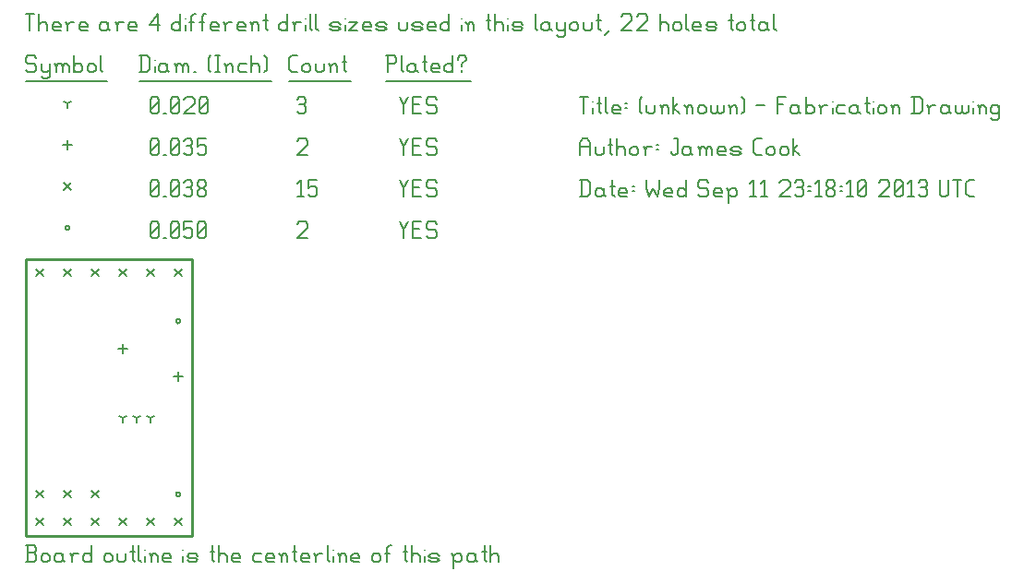
<source format=gbr>
G04 start of page 12 for group -3984 idx -3984 *
G04 Title: (unknown), fab *
G04 Creator: pcb 20110918 *
G04 CreationDate: Wed Sep 11 23:18:10 2013 UTC *
G04 For: mokus *
G04 Format: Gerber/RS-274X *
G04 PCB-Dimensions: 60000 100000 *
G04 PCB-Coordinate-Origin: lower left *
%MOIN*%
%FSLAX25Y25*%
%LNFAB*%
%ADD64C,0.0100*%
%ADD63C,0.0075*%
%ADD62C,0.0060*%
%ADD61R,0.0080X0.0080*%
G54D61*X54200Y15000D02*G75*G03X55800Y15000I800J0D01*G01*
G75*G03X54200Y15000I-800J0D01*G01*
Y77500D02*G75*G03X55800Y77500I800J0D01*G01*
G75*G03X54200Y77500I-800J0D01*G01*
X14200Y111250D02*G75*G03X15800Y111250I800J0D01*G01*
G75*G03X14200Y111250I-800J0D01*G01*
G54D62*X135000Y113500D02*X136500Y110500D01*
X138000Y113500D01*
X136500Y110500D02*Y107500D01*
X139800Y110800D02*X142050D01*
X139800Y107500D02*X142800D01*
X139800Y113500D02*Y107500D01*
Y113500D02*X142800D01*
X147600D02*X148350Y112750D01*
X145350Y113500D02*X147600D01*
X144600Y112750D02*X145350Y113500D01*
X144600Y112750D02*Y111250D01*
X145350Y110500D01*
X147600D01*
X148350Y109750D01*
Y108250D01*
X147600Y107500D02*X148350Y108250D01*
X145350Y107500D02*X147600D01*
X144600Y108250D02*X145350Y107500D01*
X98000Y112750D02*X98750Y113500D01*
X101000D01*
X101750Y112750D01*
Y111250D01*
X98000Y107500D02*X101750Y111250D01*
X98000Y107500D02*X101750D01*
X45000Y108250D02*X45750Y107500D01*
X45000Y112750D02*Y108250D01*
Y112750D02*X45750Y113500D01*
X47250D01*
X48000Y112750D01*
Y108250D01*
X47250Y107500D02*X48000Y108250D01*
X45750Y107500D02*X47250D01*
X45000Y109000D02*X48000Y112000D01*
X49800Y107500D02*X50550D01*
X52350Y108250D02*X53100Y107500D01*
X52350Y112750D02*Y108250D01*
Y112750D02*X53100Y113500D01*
X54600D01*
X55350Y112750D01*
Y108250D01*
X54600Y107500D02*X55350Y108250D01*
X53100Y107500D02*X54600D01*
X52350Y109000D02*X55350Y112000D01*
X57150Y113500D02*X60150D01*
X57150D02*Y110500D01*
X57900Y111250D01*
X59400D01*
X60150Y110500D01*
Y108250D01*
X59400Y107500D02*X60150Y108250D01*
X57900Y107500D02*X59400D01*
X57150Y108250D02*X57900Y107500D01*
X61950Y108250D02*X62700Y107500D01*
X61950Y112750D02*Y108250D01*
Y112750D02*X62700Y113500D01*
X64200D01*
X64950Y112750D01*
Y108250D01*
X64200Y107500D02*X64950Y108250D01*
X62700Y107500D02*X64200D01*
X61950Y109000D02*X64950Y112000D01*
X3800Y16200D02*X6200Y13800D01*
X3800D02*X6200Y16200D01*
X13800D02*X16200Y13800D01*
X13800D02*X16200Y16200D01*
X23800D02*X26200Y13800D01*
X23800D02*X26200Y16200D01*
X23800Y96200D02*X26200Y93800D01*
X23800D02*X26200Y96200D01*
X33800D02*X36200Y93800D01*
X33800D02*X36200Y96200D01*
X43800D02*X46200Y93800D01*
X43800D02*X46200Y96200D01*
X53800D02*X56200Y93800D01*
X53800D02*X56200Y96200D01*
X3800D02*X6200Y93800D01*
X3800D02*X6200Y96200D01*
X13800D02*X16200Y93800D01*
X13800D02*X16200Y96200D01*
X3800Y6200D02*X6200Y3800D01*
X3800D02*X6200Y6200D01*
X13800D02*X16200Y3800D01*
X13800D02*X16200Y6200D01*
X23800D02*X26200Y3800D01*
X23800D02*X26200Y6200D01*
X33800D02*X36200Y3800D01*
X33800D02*X36200Y6200D01*
X43800D02*X46200Y3800D01*
X43800D02*X46200Y6200D01*
X53800D02*X56200Y3800D01*
X53800D02*X56200Y6200D01*
X13800Y127450D02*X16200Y125050D01*
X13800D02*X16200Y127450D01*
X135000Y128500D02*X136500Y125500D01*
X138000Y128500D01*
X136500Y125500D02*Y122500D01*
X139800Y125800D02*X142050D01*
X139800Y122500D02*X142800D01*
X139800Y128500D02*Y122500D01*
Y128500D02*X142800D01*
X147600D02*X148350Y127750D01*
X145350Y128500D02*X147600D01*
X144600Y127750D02*X145350Y128500D01*
X144600Y127750D02*Y126250D01*
X145350Y125500D01*
X147600D01*
X148350Y124750D01*
Y123250D01*
X147600Y122500D02*X148350Y123250D01*
X145350Y122500D02*X147600D01*
X144600Y123250D02*X145350Y122500D01*
X98000Y127300D02*X99200Y128500D01*
Y122500D01*
X98000D02*X100250D01*
X102050Y128500D02*X105050D01*
X102050D02*Y125500D01*
X102800Y126250D01*
X104300D01*
X105050Y125500D01*
Y123250D01*
X104300Y122500D02*X105050Y123250D01*
X102800Y122500D02*X104300D01*
X102050Y123250D02*X102800Y122500D01*
X45000Y123250D02*X45750Y122500D01*
X45000Y127750D02*Y123250D01*
Y127750D02*X45750Y128500D01*
X47250D01*
X48000Y127750D01*
Y123250D01*
X47250Y122500D02*X48000Y123250D01*
X45750Y122500D02*X47250D01*
X45000Y124000D02*X48000Y127000D01*
X49800Y122500D02*X50550D01*
X52350Y123250D02*X53100Y122500D01*
X52350Y127750D02*Y123250D01*
Y127750D02*X53100Y128500D01*
X54600D01*
X55350Y127750D01*
Y123250D01*
X54600Y122500D02*X55350Y123250D01*
X53100Y122500D02*X54600D01*
X52350Y124000D02*X55350Y127000D01*
X57150Y127750D02*X57900Y128500D01*
X59400D01*
X60150Y127750D01*
X59400Y122500D02*X60150Y123250D01*
X57900Y122500D02*X59400D01*
X57150Y123250D02*X57900Y122500D01*
Y125800D02*X59400D01*
X60150Y127750D02*Y126550D01*
Y125050D02*Y123250D01*
Y125050D02*X59400Y125800D01*
X60150Y126550D02*X59400Y125800D01*
X61950Y123250D02*X62700Y122500D01*
X61950Y124450D02*Y123250D01*
Y124450D02*X63000Y125500D01*
X63900D01*
X64950Y124450D01*
Y123250D01*
X64200Y122500D02*X64950Y123250D01*
X62700Y122500D02*X64200D01*
X61950Y126550D02*X63000Y125500D01*
X61950Y127750D02*Y126550D01*
Y127750D02*X62700Y128500D01*
X64200D01*
X64950Y127750D01*
Y126550D01*
X63900Y125500D02*X64950Y126550D01*
X55000Y59100D02*Y55900D01*
X53400Y57500D02*X56600D01*
X35000Y69100D02*Y65900D01*
X33400Y67500D02*X36600D01*
X15000Y142850D02*Y139650D01*
X13400Y141250D02*X16600D01*
X135000Y143500D02*X136500Y140500D01*
X138000Y143500D01*
X136500Y140500D02*Y137500D01*
X139800Y140800D02*X142050D01*
X139800Y137500D02*X142800D01*
X139800Y143500D02*Y137500D01*
Y143500D02*X142800D01*
X147600D02*X148350Y142750D01*
X145350Y143500D02*X147600D01*
X144600Y142750D02*X145350Y143500D01*
X144600Y142750D02*Y141250D01*
X145350Y140500D01*
X147600D01*
X148350Y139750D01*
Y138250D01*
X147600Y137500D02*X148350Y138250D01*
X145350Y137500D02*X147600D01*
X144600Y138250D02*X145350Y137500D01*
X98000Y142750D02*X98750Y143500D01*
X101000D01*
X101750Y142750D01*
Y141250D01*
X98000Y137500D02*X101750Y141250D01*
X98000Y137500D02*X101750D01*
X45000Y138250D02*X45750Y137500D01*
X45000Y142750D02*Y138250D01*
Y142750D02*X45750Y143500D01*
X47250D01*
X48000Y142750D01*
Y138250D01*
X47250Y137500D02*X48000Y138250D01*
X45750Y137500D02*X47250D01*
X45000Y139000D02*X48000Y142000D01*
X49800Y137500D02*X50550D01*
X52350Y138250D02*X53100Y137500D01*
X52350Y142750D02*Y138250D01*
Y142750D02*X53100Y143500D01*
X54600D01*
X55350Y142750D01*
Y138250D01*
X54600Y137500D02*X55350Y138250D01*
X53100Y137500D02*X54600D01*
X52350Y139000D02*X55350Y142000D01*
X57150Y142750D02*X57900Y143500D01*
X59400D01*
X60150Y142750D01*
X59400Y137500D02*X60150Y138250D01*
X57900Y137500D02*X59400D01*
X57150Y138250D02*X57900Y137500D01*
Y140800D02*X59400D01*
X60150Y142750D02*Y141550D01*
Y140050D02*Y138250D01*
Y140050D02*X59400Y140800D01*
X60150Y141550D02*X59400Y140800D01*
X61950Y143500D02*X64950D01*
X61950D02*Y140500D01*
X62700Y141250D01*
X64200D01*
X64950Y140500D01*
Y138250D01*
X64200Y137500D02*X64950Y138250D01*
X62700Y137500D02*X64200D01*
X61950Y138250D02*X62700Y137500D01*
X40000Y42500D02*Y40900D01*
Y42500D02*X41387Y43300D01*
X40000Y42500D02*X38613Y43300D01*
X35000Y42500D02*Y40900D01*
Y42500D02*X36387Y43300D01*
X35000Y42500D02*X33613Y43300D01*
X45000Y42500D02*Y40900D01*
Y42500D02*X46387Y43300D01*
X45000Y42500D02*X43613Y43300D01*
X15000Y156250D02*Y154650D01*
Y156250D02*X16387Y157050D01*
X15000Y156250D02*X13613Y157050D01*
X135000Y158500D02*X136500Y155500D01*
X138000Y158500D01*
X136500Y155500D02*Y152500D01*
X139800Y155800D02*X142050D01*
X139800Y152500D02*X142800D01*
X139800Y158500D02*Y152500D01*
Y158500D02*X142800D01*
X147600D02*X148350Y157750D01*
X145350Y158500D02*X147600D01*
X144600Y157750D02*X145350Y158500D01*
X144600Y157750D02*Y156250D01*
X145350Y155500D01*
X147600D01*
X148350Y154750D01*
Y153250D01*
X147600Y152500D02*X148350Y153250D01*
X145350Y152500D02*X147600D01*
X144600Y153250D02*X145350Y152500D01*
X98000Y157750D02*X98750Y158500D01*
X100250D01*
X101000Y157750D01*
X100250Y152500D02*X101000Y153250D01*
X98750Y152500D02*X100250D01*
X98000Y153250D02*X98750Y152500D01*
Y155800D02*X100250D01*
X101000Y157750D02*Y156550D01*
Y155050D02*Y153250D01*
Y155050D02*X100250Y155800D01*
X101000Y156550D02*X100250Y155800D01*
X45000Y153250D02*X45750Y152500D01*
X45000Y157750D02*Y153250D01*
Y157750D02*X45750Y158500D01*
X47250D01*
X48000Y157750D01*
Y153250D01*
X47250Y152500D02*X48000Y153250D01*
X45750Y152500D02*X47250D01*
X45000Y154000D02*X48000Y157000D01*
X49800Y152500D02*X50550D01*
X52350Y153250D02*X53100Y152500D01*
X52350Y157750D02*Y153250D01*
Y157750D02*X53100Y158500D01*
X54600D01*
X55350Y157750D01*
Y153250D01*
X54600Y152500D02*X55350Y153250D01*
X53100Y152500D02*X54600D01*
X52350Y154000D02*X55350Y157000D01*
X57150Y157750D02*X57900Y158500D01*
X60150D01*
X60900Y157750D01*
Y156250D01*
X57150Y152500D02*X60900Y156250D01*
X57150Y152500D02*X60900D01*
X62700Y153250D02*X63450Y152500D01*
X62700Y157750D02*Y153250D01*
Y157750D02*X63450Y158500D01*
X64950D01*
X65700Y157750D01*
Y153250D01*
X64950Y152500D02*X65700Y153250D01*
X63450Y152500D02*X64950D01*
X62700Y154000D02*X65700Y157000D01*
X3000Y173500D02*X3750Y172750D01*
X750Y173500D02*X3000D01*
X0Y172750D02*X750Y173500D01*
X0Y172750D02*Y171250D01*
X750Y170500D01*
X3000D01*
X3750Y169750D01*
Y168250D01*
X3000Y167500D02*X3750Y168250D01*
X750Y167500D02*X3000D01*
X0Y168250D02*X750Y167500D01*
X5550Y170500D02*Y168250D01*
X6300Y167500D01*
X8550Y170500D02*Y166000D01*
X7800Y165250D02*X8550Y166000D01*
X6300Y165250D02*X7800D01*
X5550Y166000D02*X6300Y165250D01*
Y167500D02*X7800D01*
X8550Y168250D01*
X11100Y169750D02*Y167500D01*
Y169750D02*X11850Y170500D01*
X12600D01*
X13350Y169750D01*
Y167500D01*
Y169750D02*X14100Y170500D01*
X14850D01*
X15600Y169750D01*
Y167500D01*
X10350Y170500D02*X11100Y169750D01*
X17400Y173500D02*Y167500D01*
Y168250D02*X18150Y167500D01*
X19650D01*
X20400Y168250D01*
Y169750D02*Y168250D01*
X19650Y170500D02*X20400Y169750D01*
X18150Y170500D02*X19650D01*
X17400Y169750D02*X18150Y170500D01*
X22200Y169750D02*Y168250D01*
Y169750D02*X22950Y170500D01*
X24450D01*
X25200Y169750D01*
Y168250D01*
X24450Y167500D02*X25200Y168250D01*
X22950Y167500D02*X24450D01*
X22200Y168250D02*X22950Y167500D01*
X27000Y173500D02*Y168250D01*
X27750Y167500D01*
X0Y164250D02*X29250D01*
X41750Y173500D02*Y167500D01*
X43700Y173500D02*X44750Y172450D01*
Y168550D01*
X43700Y167500D02*X44750Y168550D01*
X41000Y167500D02*X43700D01*
X41000Y173500D02*X43700D01*
G54D63*X46550Y172000D02*Y171850D01*
G54D62*Y169750D02*Y167500D01*
X50300Y170500D02*X51050Y169750D01*
X48800Y170500D02*X50300D01*
X48050Y169750D02*X48800Y170500D01*
X48050Y169750D02*Y168250D01*
X48800Y167500D01*
X51050Y170500D02*Y168250D01*
X51800Y167500D01*
X48800D02*X50300D01*
X51050Y168250D01*
X54350Y169750D02*Y167500D01*
Y169750D02*X55100Y170500D01*
X55850D01*
X56600Y169750D01*
Y167500D01*
Y169750D02*X57350Y170500D01*
X58100D01*
X58850Y169750D01*
Y167500D01*
X53600Y170500D02*X54350Y169750D01*
X60650Y167500D02*X61400D01*
X65900Y168250D02*X66650Y167500D01*
X65900Y172750D02*X66650Y173500D01*
X65900Y172750D02*Y168250D01*
X68450Y173500D02*X69950D01*
X69200D02*Y167500D01*
X68450D02*X69950D01*
X72500Y169750D02*Y167500D01*
Y169750D02*X73250Y170500D01*
X74000D01*
X74750Y169750D01*
Y167500D01*
X71750Y170500D02*X72500Y169750D01*
X77300Y170500D02*X79550D01*
X76550Y169750D02*X77300Y170500D01*
X76550Y169750D02*Y168250D01*
X77300Y167500D01*
X79550D01*
X81350Y173500D02*Y167500D01*
Y169750D02*X82100Y170500D01*
X83600D01*
X84350Y169750D01*
Y167500D01*
X86150Y173500D02*X86900Y172750D01*
Y168250D01*
X86150Y167500D02*X86900Y168250D01*
X41000Y164250D02*X88700D01*
X96050Y167500D02*X98000D01*
X95000Y168550D02*X96050Y167500D01*
X95000Y172450D02*Y168550D01*
Y172450D02*X96050Y173500D01*
X98000D01*
X99800Y169750D02*Y168250D01*
Y169750D02*X100550Y170500D01*
X102050D01*
X102800Y169750D01*
Y168250D01*
X102050Y167500D02*X102800Y168250D01*
X100550Y167500D02*X102050D01*
X99800Y168250D02*X100550Y167500D01*
X104600Y170500D02*Y168250D01*
X105350Y167500D01*
X106850D01*
X107600Y168250D01*
Y170500D02*Y168250D01*
X110150Y169750D02*Y167500D01*
Y169750D02*X110900Y170500D01*
X111650D01*
X112400Y169750D01*
Y167500D01*
X109400Y170500D02*X110150Y169750D01*
X114950Y173500D02*Y168250D01*
X115700Y167500D01*
X114200Y171250D02*X115700D01*
X95000Y164250D02*X117200D01*
X130750Y173500D02*Y167500D01*
X130000Y173500D02*X133000D01*
X133750Y172750D01*
Y171250D01*
X133000Y170500D02*X133750Y171250D01*
X130750Y170500D02*X133000D01*
X135550Y173500D02*Y168250D01*
X136300Y167500D01*
X140050Y170500D02*X140800Y169750D01*
X138550Y170500D02*X140050D01*
X137800Y169750D02*X138550Y170500D01*
X137800Y169750D02*Y168250D01*
X138550Y167500D01*
X140800Y170500D02*Y168250D01*
X141550Y167500D01*
X138550D02*X140050D01*
X140800Y168250D01*
X144100Y173500D02*Y168250D01*
X144850Y167500D01*
X143350Y171250D02*X144850D01*
X147100Y167500D02*X149350D01*
X146350Y168250D02*X147100Y167500D01*
X146350Y169750D02*Y168250D01*
Y169750D02*X147100Y170500D01*
X148600D01*
X149350Y169750D01*
X146350Y169000D02*X149350D01*
Y169750D02*Y169000D01*
X154150Y173500D02*Y167500D01*
X153400D02*X154150Y168250D01*
X151900Y167500D02*X153400D01*
X151150Y168250D02*X151900Y167500D01*
X151150Y169750D02*Y168250D01*
Y169750D02*X151900Y170500D01*
X153400D01*
X154150Y169750D01*
X157450Y170500D02*Y169750D01*
Y168250D02*Y167500D01*
X155950Y172750D02*Y172000D01*
Y172750D02*X156700Y173500D01*
X158200D01*
X158950Y172750D01*
Y172000D01*
X157450Y170500D02*X158950Y172000D01*
X130000Y164250D02*X160750D01*
X0Y188500D02*X3000D01*
X1500D02*Y182500D01*
X4800Y188500D02*Y182500D01*
Y184750D02*X5550Y185500D01*
X7050D01*
X7800Y184750D01*
Y182500D01*
X10350D02*X12600D01*
X9600Y183250D02*X10350Y182500D01*
X9600Y184750D02*Y183250D01*
Y184750D02*X10350Y185500D01*
X11850D01*
X12600Y184750D01*
X9600Y184000D02*X12600D01*
Y184750D02*Y184000D01*
X15150Y184750D02*Y182500D01*
Y184750D02*X15900Y185500D01*
X17400D01*
X14400D02*X15150Y184750D01*
X19950Y182500D02*X22200D01*
X19200Y183250D02*X19950Y182500D01*
X19200Y184750D02*Y183250D01*
Y184750D02*X19950Y185500D01*
X21450D01*
X22200Y184750D01*
X19200Y184000D02*X22200D01*
Y184750D02*Y184000D01*
X28950Y185500D02*X29700Y184750D01*
X27450Y185500D02*X28950D01*
X26700Y184750D02*X27450Y185500D01*
X26700Y184750D02*Y183250D01*
X27450Y182500D01*
X29700Y185500D02*Y183250D01*
X30450Y182500D01*
X27450D02*X28950D01*
X29700Y183250D01*
X33000Y184750D02*Y182500D01*
Y184750D02*X33750Y185500D01*
X35250D01*
X32250D02*X33000Y184750D01*
X37800Y182500D02*X40050D01*
X37050Y183250D02*X37800Y182500D01*
X37050Y184750D02*Y183250D01*
Y184750D02*X37800Y185500D01*
X39300D01*
X40050Y184750D01*
X37050Y184000D02*X40050D01*
Y184750D02*Y184000D01*
X44550Y184750D02*X47550Y188500D01*
X44550Y184750D02*X48300D01*
X47550Y188500D02*Y182500D01*
X55800Y188500D02*Y182500D01*
X55050D02*X55800Y183250D01*
X53550Y182500D02*X55050D01*
X52800Y183250D02*X53550Y182500D01*
X52800Y184750D02*Y183250D01*
Y184750D02*X53550Y185500D01*
X55050D01*
X55800Y184750D01*
G54D63*X57600Y187000D02*Y186850D01*
G54D62*Y184750D02*Y182500D01*
X59850Y187750D02*Y182500D01*
Y187750D02*X60600Y188500D01*
X61350D01*
X59100Y185500D02*X60600D01*
X63600Y187750D02*Y182500D01*
Y187750D02*X64350Y188500D01*
X65100D01*
X62850Y185500D02*X64350D01*
X67350Y182500D02*X69600D01*
X66600Y183250D02*X67350Y182500D01*
X66600Y184750D02*Y183250D01*
Y184750D02*X67350Y185500D01*
X68850D01*
X69600Y184750D01*
X66600Y184000D02*X69600D01*
Y184750D02*Y184000D01*
X72150Y184750D02*Y182500D01*
Y184750D02*X72900Y185500D01*
X74400D01*
X71400D02*X72150Y184750D01*
X76950Y182500D02*X79200D01*
X76200Y183250D02*X76950Y182500D01*
X76200Y184750D02*Y183250D01*
Y184750D02*X76950Y185500D01*
X78450D01*
X79200Y184750D01*
X76200Y184000D02*X79200D01*
Y184750D02*Y184000D01*
X81750Y184750D02*Y182500D01*
Y184750D02*X82500Y185500D01*
X83250D01*
X84000Y184750D01*
Y182500D01*
X81000Y185500D02*X81750Y184750D01*
X86550Y188500D02*Y183250D01*
X87300Y182500D01*
X85800Y186250D02*X87300D01*
X94500Y188500D02*Y182500D01*
X93750D02*X94500Y183250D01*
X92250Y182500D02*X93750D01*
X91500Y183250D02*X92250Y182500D01*
X91500Y184750D02*Y183250D01*
Y184750D02*X92250Y185500D01*
X93750D01*
X94500Y184750D01*
X97050D02*Y182500D01*
Y184750D02*X97800Y185500D01*
X99300D01*
X96300D02*X97050Y184750D01*
G54D63*X101100Y187000D02*Y186850D01*
G54D62*Y184750D02*Y182500D01*
X102600Y188500D02*Y183250D01*
X103350Y182500D01*
X104850Y188500D02*Y183250D01*
X105600Y182500D01*
X110550D02*X112800D01*
X113550Y183250D01*
X112800Y184000D02*X113550Y183250D01*
X110550Y184000D02*X112800D01*
X109800Y184750D02*X110550Y184000D01*
X109800Y184750D02*X110550Y185500D01*
X112800D01*
X113550Y184750D01*
X109800Y183250D02*X110550Y182500D01*
G54D63*X115350Y187000D02*Y186850D01*
G54D62*Y184750D02*Y182500D01*
X116850Y185500D02*X119850D01*
X116850Y182500D02*X119850Y185500D01*
X116850Y182500D02*X119850D01*
X122400D02*X124650D01*
X121650Y183250D02*X122400Y182500D01*
X121650Y184750D02*Y183250D01*
Y184750D02*X122400Y185500D01*
X123900D01*
X124650Y184750D01*
X121650Y184000D02*X124650D01*
Y184750D02*Y184000D01*
X127200Y182500D02*X129450D01*
X130200Y183250D01*
X129450Y184000D02*X130200Y183250D01*
X127200Y184000D02*X129450D01*
X126450Y184750D02*X127200Y184000D01*
X126450Y184750D02*X127200Y185500D01*
X129450D01*
X130200Y184750D01*
X126450Y183250D02*X127200Y182500D01*
X134700Y185500D02*Y183250D01*
X135450Y182500D01*
X136950D01*
X137700Y183250D01*
Y185500D02*Y183250D01*
X140250Y182500D02*X142500D01*
X143250Y183250D01*
X142500Y184000D02*X143250Y183250D01*
X140250Y184000D02*X142500D01*
X139500Y184750D02*X140250Y184000D01*
X139500Y184750D02*X140250Y185500D01*
X142500D01*
X143250Y184750D01*
X139500Y183250D02*X140250Y182500D01*
X145800D02*X148050D01*
X145050Y183250D02*X145800Y182500D01*
X145050Y184750D02*Y183250D01*
Y184750D02*X145800Y185500D01*
X147300D01*
X148050Y184750D01*
X145050Y184000D02*X148050D01*
Y184750D02*Y184000D01*
X152850Y188500D02*Y182500D01*
X152100D02*X152850Y183250D01*
X150600Y182500D02*X152100D01*
X149850Y183250D02*X150600Y182500D01*
X149850Y184750D02*Y183250D01*
Y184750D02*X150600Y185500D01*
X152100D01*
X152850Y184750D01*
G54D63*X157350Y187000D02*Y186850D01*
G54D62*Y184750D02*Y182500D01*
X159600Y184750D02*Y182500D01*
Y184750D02*X160350Y185500D01*
X161100D01*
X161850Y184750D01*
Y182500D01*
X158850Y185500D02*X159600Y184750D01*
X167100Y188500D02*Y183250D01*
X167850Y182500D01*
X166350Y186250D02*X167850D01*
X169350Y188500D02*Y182500D01*
Y184750D02*X170100Y185500D01*
X171600D01*
X172350Y184750D01*
Y182500D01*
G54D63*X174150Y187000D02*Y186850D01*
G54D62*Y184750D02*Y182500D01*
X176400D02*X178650D01*
X179400Y183250D01*
X178650Y184000D02*X179400Y183250D01*
X176400Y184000D02*X178650D01*
X175650Y184750D02*X176400Y184000D01*
X175650Y184750D02*X176400Y185500D01*
X178650D01*
X179400Y184750D01*
X175650Y183250D02*X176400Y182500D01*
X183900Y188500D02*Y183250D01*
X184650Y182500D01*
X188400Y185500D02*X189150Y184750D01*
X186900Y185500D02*X188400D01*
X186150Y184750D02*X186900Y185500D01*
X186150Y184750D02*Y183250D01*
X186900Y182500D01*
X189150Y185500D02*Y183250D01*
X189900Y182500D01*
X186900D02*X188400D01*
X189150Y183250D01*
X191700Y185500D02*Y183250D01*
X192450Y182500D01*
X194700Y185500D02*Y181000D01*
X193950Y180250D02*X194700Y181000D01*
X192450Y180250D02*X193950D01*
X191700Y181000D02*X192450Y180250D01*
Y182500D02*X193950D01*
X194700Y183250D01*
X196500Y184750D02*Y183250D01*
Y184750D02*X197250Y185500D01*
X198750D01*
X199500Y184750D01*
Y183250D01*
X198750Y182500D02*X199500Y183250D01*
X197250Y182500D02*X198750D01*
X196500Y183250D02*X197250Y182500D01*
X201300Y185500D02*Y183250D01*
X202050Y182500D01*
X203550D01*
X204300Y183250D01*
Y185500D02*Y183250D01*
X206850Y188500D02*Y183250D01*
X207600Y182500D01*
X206100Y186250D02*X207600D01*
X209100Y181000D02*X210600Y182500D01*
X215100Y187750D02*X215850Y188500D01*
X218100D01*
X218850Y187750D01*
Y186250D01*
X215100Y182500D02*X218850Y186250D01*
X215100Y182500D02*X218850D01*
X220650Y187750D02*X221400Y188500D01*
X223650D01*
X224400Y187750D01*
Y186250D01*
X220650Y182500D02*X224400Y186250D01*
X220650Y182500D02*X224400D01*
X228900Y188500D02*Y182500D01*
Y184750D02*X229650Y185500D01*
X231150D01*
X231900Y184750D01*
Y182500D01*
X233700Y184750D02*Y183250D01*
Y184750D02*X234450Y185500D01*
X235950D01*
X236700Y184750D01*
Y183250D01*
X235950Y182500D02*X236700Y183250D01*
X234450Y182500D02*X235950D01*
X233700Y183250D02*X234450Y182500D01*
X238500Y188500D02*Y183250D01*
X239250Y182500D01*
X241500D02*X243750D01*
X240750Y183250D02*X241500Y182500D01*
X240750Y184750D02*Y183250D01*
Y184750D02*X241500Y185500D01*
X243000D01*
X243750Y184750D01*
X240750Y184000D02*X243750D01*
Y184750D02*Y184000D01*
X246300Y182500D02*X248550D01*
X249300Y183250D01*
X248550Y184000D02*X249300Y183250D01*
X246300Y184000D02*X248550D01*
X245550Y184750D02*X246300Y184000D01*
X245550Y184750D02*X246300Y185500D01*
X248550D01*
X249300Y184750D01*
X245550Y183250D02*X246300Y182500D01*
X254550Y188500D02*Y183250D01*
X255300Y182500D01*
X253800Y186250D02*X255300D01*
X256800Y184750D02*Y183250D01*
Y184750D02*X257550Y185500D01*
X259050D01*
X259800Y184750D01*
Y183250D01*
X259050Y182500D02*X259800Y183250D01*
X257550Y182500D02*X259050D01*
X256800Y183250D02*X257550Y182500D01*
X262350Y188500D02*Y183250D01*
X263100Y182500D01*
X261600Y186250D02*X263100D01*
X266850Y185500D02*X267600Y184750D01*
X265350Y185500D02*X266850D01*
X264600Y184750D02*X265350Y185500D01*
X264600Y184750D02*Y183250D01*
X265350Y182500D01*
X267600Y185500D02*Y183250D01*
X268350Y182500D01*
X265350D02*X266850D01*
X267600Y183250D01*
X270150Y188500D02*Y183250D01*
X270900Y182500D01*
G54D64*X0Y100000D02*X60000D01*
Y0D01*
X0D01*
Y100000D01*
G54D62*Y-9500D02*X3000D01*
X3750Y-8750D01*
Y-6950D02*Y-8750D01*
X3000Y-6200D02*X3750Y-6950D01*
X750Y-6200D02*X3000D01*
X750Y-3500D02*Y-9500D01*
X0Y-3500D02*X3000D01*
X3750Y-4250D01*
Y-5450D01*
X3000Y-6200D02*X3750Y-5450D01*
X5550Y-7250D02*Y-8750D01*
Y-7250D02*X6300Y-6500D01*
X7800D01*
X8550Y-7250D01*
Y-8750D01*
X7800Y-9500D02*X8550Y-8750D01*
X6300Y-9500D02*X7800D01*
X5550Y-8750D02*X6300Y-9500D01*
X12600Y-6500D02*X13350Y-7250D01*
X11100Y-6500D02*X12600D01*
X10350Y-7250D02*X11100Y-6500D01*
X10350Y-7250D02*Y-8750D01*
X11100Y-9500D01*
X13350Y-6500D02*Y-8750D01*
X14100Y-9500D01*
X11100D02*X12600D01*
X13350Y-8750D01*
X16650Y-7250D02*Y-9500D01*
Y-7250D02*X17400Y-6500D01*
X18900D01*
X15900D02*X16650Y-7250D01*
X23700Y-3500D02*Y-9500D01*
X22950D02*X23700Y-8750D01*
X21450Y-9500D02*X22950D01*
X20700Y-8750D02*X21450Y-9500D01*
X20700Y-7250D02*Y-8750D01*
Y-7250D02*X21450Y-6500D01*
X22950D01*
X23700Y-7250D01*
X28200D02*Y-8750D01*
Y-7250D02*X28950Y-6500D01*
X30450D01*
X31200Y-7250D01*
Y-8750D01*
X30450Y-9500D02*X31200Y-8750D01*
X28950Y-9500D02*X30450D01*
X28200Y-8750D02*X28950Y-9500D01*
X33000Y-6500D02*Y-8750D01*
X33750Y-9500D01*
X35250D01*
X36000Y-8750D01*
Y-6500D02*Y-8750D01*
X38550Y-3500D02*Y-8750D01*
X39300Y-9500D01*
X37800Y-5750D02*X39300D01*
X40800Y-3500D02*Y-8750D01*
X41550Y-9500D01*
G54D63*X43050Y-5000D02*Y-5150D01*
G54D62*Y-7250D02*Y-9500D01*
X45300Y-7250D02*Y-9500D01*
Y-7250D02*X46050Y-6500D01*
X46800D01*
X47550Y-7250D01*
Y-9500D01*
X44550Y-6500D02*X45300Y-7250D01*
X50100Y-9500D02*X52350D01*
X49350Y-8750D02*X50100Y-9500D01*
X49350Y-7250D02*Y-8750D01*
Y-7250D02*X50100Y-6500D01*
X51600D01*
X52350Y-7250D01*
X49350Y-8000D02*X52350D01*
Y-7250D02*Y-8000D01*
G54D63*X56850Y-5000D02*Y-5150D01*
G54D62*Y-7250D02*Y-9500D01*
X59100D02*X61350D01*
X62100Y-8750D01*
X61350Y-8000D02*X62100Y-8750D01*
X59100Y-8000D02*X61350D01*
X58350Y-7250D02*X59100Y-8000D01*
X58350Y-7250D02*X59100Y-6500D01*
X61350D01*
X62100Y-7250D01*
X58350Y-8750D02*X59100Y-9500D01*
X67350Y-3500D02*Y-8750D01*
X68100Y-9500D01*
X66600Y-5750D02*X68100D01*
X69600Y-3500D02*Y-9500D01*
Y-7250D02*X70350Y-6500D01*
X71850D01*
X72600Y-7250D01*
Y-9500D01*
X75150D02*X77400D01*
X74400Y-8750D02*X75150Y-9500D01*
X74400Y-7250D02*Y-8750D01*
Y-7250D02*X75150Y-6500D01*
X76650D01*
X77400Y-7250D01*
X74400Y-8000D02*X77400D01*
Y-7250D02*Y-8000D01*
X82650Y-6500D02*X84900D01*
X81900Y-7250D02*X82650Y-6500D01*
X81900Y-7250D02*Y-8750D01*
X82650Y-9500D01*
X84900D01*
X87450D02*X89700D01*
X86700Y-8750D02*X87450Y-9500D01*
X86700Y-7250D02*Y-8750D01*
Y-7250D02*X87450Y-6500D01*
X88950D01*
X89700Y-7250D01*
X86700Y-8000D02*X89700D01*
Y-7250D02*Y-8000D01*
X92250Y-7250D02*Y-9500D01*
Y-7250D02*X93000Y-6500D01*
X93750D01*
X94500Y-7250D01*
Y-9500D01*
X91500Y-6500D02*X92250Y-7250D01*
X97050Y-3500D02*Y-8750D01*
X97800Y-9500D01*
X96300Y-5750D02*X97800D01*
X100050Y-9500D02*X102300D01*
X99300Y-8750D02*X100050Y-9500D01*
X99300Y-7250D02*Y-8750D01*
Y-7250D02*X100050Y-6500D01*
X101550D01*
X102300Y-7250D01*
X99300Y-8000D02*X102300D01*
Y-7250D02*Y-8000D01*
X104850Y-7250D02*Y-9500D01*
Y-7250D02*X105600Y-6500D01*
X107100D01*
X104100D02*X104850Y-7250D01*
X108900Y-3500D02*Y-8750D01*
X109650Y-9500D01*
G54D63*X111150Y-5000D02*Y-5150D01*
G54D62*Y-7250D02*Y-9500D01*
X113400Y-7250D02*Y-9500D01*
Y-7250D02*X114150Y-6500D01*
X114900D01*
X115650Y-7250D01*
Y-9500D01*
X112650Y-6500D02*X113400Y-7250D01*
X118200Y-9500D02*X120450D01*
X117450Y-8750D02*X118200Y-9500D01*
X117450Y-7250D02*Y-8750D01*
Y-7250D02*X118200Y-6500D01*
X119700D01*
X120450Y-7250D01*
X117450Y-8000D02*X120450D01*
Y-7250D02*Y-8000D01*
X124950Y-7250D02*Y-8750D01*
Y-7250D02*X125700Y-6500D01*
X127200D01*
X127950Y-7250D01*
Y-8750D01*
X127200Y-9500D02*X127950Y-8750D01*
X125700Y-9500D02*X127200D01*
X124950Y-8750D02*X125700Y-9500D01*
X130500Y-4250D02*Y-9500D01*
Y-4250D02*X131250Y-3500D01*
X132000D01*
X129750Y-6500D02*X131250D01*
X136950Y-3500D02*Y-8750D01*
X137700Y-9500D01*
X136200Y-5750D02*X137700D01*
X139200Y-3500D02*Y-9500D01*
Y-7250D02*X139950Y-6500D01*
X141450D01*
X142200Y-7250D01*
Y-9500D01*
G54D63*X144000Y-5000D02*Y-5150D01*
G54D62*Y-7250D02*Y-9500D01*
X146250D02*X148500D01*
X149250Y-8750D01*
X148500Y-8000D02*X149250Y-8750D01*
X146250Y-8000D02*X148500D01*
X145500Y-7250D02*X146250Y-8000D01*
X145500Y-7250D02*X146250Y-6500D01*
X148500D01*
X149250Y-7250D01*
X145500Y-8750D02*X146250Y-9500D01*
X154500Y-7250D02*Y-11750D01*
X153750Y-6500D02*X154500Y-7250D01*
X155250Y-6500D01*
X156750D01*
X157500Y-7250D01*
Y-8750D01*
X156750Y-9500D02*X157500Y-8750D01*
X155250Y-9500D02*X156750D01*
X154500Y-8750D02*X155250Y-9500D01*
X161550Y-6500D02*X162300Y-7250D01*
X160050Y-6500D02*X161550D01*
X159300Y-7250D02*X160050Y-6500D01*
X159300Y-7250D02*Y-8750D01*
X160050Y-9500D01*
X162300Y-6500D02*Y-8750D01*
X163050Y-9500D01*
X160050D02*X161550D01*
X162300Y-8750D01*
X165600Y-3500D02*Y-8750D01*
X166350Y-9500D01*
X164850Y-5750D02*X166350D01*
X167850Y-3500D02*Y-9500D01*
Y-7250D02*X168600Y-6500D01*
X170100D01*
X170850Y-7250D01*
Y-9500D01*
X200750Y128500D02*Y122500D01*
X202700Y128500D02*X203750Y127450D01*
Y123550D01*
X202700Y122500D02*X203750Y123550D01*
X200000Y122500D02*X202700D01*
X200000Y128500D02*X202700D01*
X207800Y125500D02*X208550Y124750D01*
X206300Y125500D02*X207800D01*
X205550Y124750D02*X206300Y125500D01*
X205550Y124750D02*Y123250D01*
X206300Y122500D01*
X208550Y125500D02*Y123250D01*
X209300Y122500D01*
X206300D02*X207800D01*
X208550Y123250D01*
X211850Y128500D02*Y123250D01*
X212600Y122500D01*
X211100Y126250D02*X212600D01*
X214850Y122500D02*X217100D01*
X214100Y123250D02*X214850Y122500D01*
X214100Y124750D02*Y123250D01*
Y124750D02*X214850Y125500D01*
X216350D01*
X217100Y124750D01*
X214100Y124000D02*X217100D01*
Y124750D02*Y124000D01*
X218900Y126250D02*X219650D01*
X218900Y124750D02*X219650D01*
X224150Y128500D02*Y125500D01*
X224900Y122500D01*
X226400Y125500D01*
X227900Y122500D01*
X228650Y125500D01*
Y128500D02*Y125500D01*
X231200Y122500D02*X233450D01*
X230450Y123250D02*X231200Y122500D01*
X230450Y124750D02*Y123250D01*
Y124750D02*X231200Y125500D01*
X232700D01*
X233450Y124750D01*
X230450Y124000D02*X233450D01*
Y124750D02*Y124000D01*
X238250Y128500D02*Y122500D01*
X237500D02*X238250Y123250D01*
X236000Y122500D02*X237500D01*
X235250Y123250D02*X236000Y122500D01*
X235250Y124750D02*Y123250D01*
Y124750D02*X236000Y125500D01*
X237500D01*
X238250Y124750D01*
X245750Y128500D02*X246500Y127750D01*
X243500Y128500D02*X245750D01*
X242750Y127750D02*X243500Y128500D01*
X242750Y127750D02*Y126250D01*
X243500Y125500D01*
X245750D01*
X246500Y124750D01*
Y123250D01*
X245750Y122500D02*X246500Y123250D01*
X243500Y122500D02*X245750D01*
X242750Y123250D02*X243500Y122500D01*
X249050D02*X251300D01*
X248300Y123250D02*X249050Y122500D01*
X248300Y124750D02*Y123250D01*
Y124750D02*X249050Y125500D01*
X250550D01*
X251300Y124750D01*
X248300Y124000D02*X251300D01*
Y124750D02*Y124000D01*
X253850Y124750D02*Y120250D01*
X253100Y125500D02*X253850Y124750D01*
X254600Y125500D01*
X256100D01*
X256850Y124750D01*
Y123250D01*
X256100Y122500D02*X256850Y123250D01*
X254600Y122500D02*X256100D01*
X253850Y123250D02*X254600Y122500D01*
X261350Y127300D02*X262550Y128500D01*
Y122500D01*
X261350D02*X263600D01*
X265400Y127300D02*X266600Y128500D01*
Y122500D01*
X265400D02*X267650D01*
X272150Y127750D02*X272900Y128500D01*
X275150D01*
X275900Y127750D01*
Y126250D01*
X272150Y122500D02*X275900Y126250D01*
X272150Y122500D02*X275900D01*
X277700Y127750D02*X278450Y128500D01*
X279950D01*
X280700Y127750D01*
X279950Y122500D02*X280700Y123250D01*
X278450Y122500D02*X279950D01*
X277700Y123250D02*X278450Y122500D01*
Y125800D02*X279950D01*
X280700Y127750D02*Y126550D01*
Y125050D02*Y123250D01*
Y125050D02*X279950Y125800D01*
X280700Y126550D02*X279950Y125800D01*
X282500Y126250D02*X283250D01*
X282500Y124750D02*X283250D01*
X285050Y127300D02*X286250Y128500D01*
Y122500D01*
X285050D02*X287300D01*
X289100Y123250D02*X289850Y122500D01*
X289100Y124450D02*Y123250D01*
Y124450D02*X290150Y125500D01*
X291050D01*
X292100Y124450D01*
Y123250D01*
X291350Y122500D02*X292100Y123250D01*
X289850Y122500D02*X291350D01*
X289100Y126550D02*X290150Y125500D01*
X289100Y127750D02*Y126550D01*
Y127750D02*X289850Y128500D01*
X291350D01*
X292100Y127750D01*
Y126550D01*
X291050Y125500D02*X292100Y126550D01*
X293900Y126250D02*X294650D01*
X293900Y124750D02*X294650D01*
X296450Y127300D02*X297650Y128500D01*
Y122500D01*
X296450D02*X298700D01*
X300500Y123250D02*X301250Y122500D01*
X300500Y127750D02*Y123250D01*
Y127750D02*X301250Y128500D01*
X302750D01*
X303500Y127750D01*
Y123250D01*
X302750Y122500D02*X303500Y123250D01*
X301250Y122500D02*X302750D01*
X300500Y124000D02*X303500Y127000D01*
X308000Y127750D02*X308750Y128500D01*
X311000D01*
X311750Y127750D01*
Y126250D01*
X308000Y122500D02*X311750Y126250D01*
X308000Y122500D02*X311750D01*
X313550Y123250D02*X314300Y122500D01*
X313550Y127750D02*Y123250D01*
Y127750D02*X314300Y128500D01*
X315800D01*
X316550Y127750D01*
Y123250D01*
X315800Y122500D02*X316550Y123250D01*
X314300Y122500D02*X315800D01*
X313550Y124000D02*X316550Y127000D01*
X318350Y127300D02*X319550Y128500D01*
Y122500D01*
X318350D02*X320600D01*
X322400Y127750D02*X323150Y128500D01*
X324650D01*
X325400Y127750D01*
X324650Y122500D02*X325400Y123250D01*
X323150Y122500D02*X324650D01*
X322400Y123250D02*X323150Y122500D01*
Y125800D02*X324650D01*
X325400Y127750D02*Y126550D01*
Y125050D02*Y123250D01*
Y125050D02*X324650Y125800D01*
X325400Y126550D02*X324650Y125800D01*
X329900Y128500D02*Y123250D01*
X330650Y122500D01*
X332150D01*
X332900Y123250D01*
Y128500D02*Y123250D01*
X334700Y128500D02*X337700D01*
X336200D02*Y122500D01*
X340550D02*X342500D01*
X339500Y123550D02*X340550Y122500D01*
X339500Y127450D02*Y123550D01*
Y127450D02*X340550Y128500D01*
X342500D01*
X200000Y142000D02*Y137500D01*
Y142000D02*X201050Y143500D01*
X202700D01*
X203750Y142000D01*
Y137500D01*
X200000Y140500D02*X203750D01*
X205550D02*Y138250D01*
X206300Y137500D01*
X207800D01*
X208550Y138250D01*
Y140500D02*Y138250D01*
X211100Y143500D02*Y138250D01*
X211850Y137500D01*
X210350Y141250D02*X211850D01*
X213350Y143500D02*Y137500D01*
Y139750D02*X214100Y140500D01*
X215600D01*
X216350Y139750D01*
Y137500D01*
X218150Y139750D02*Y138250D01*
Y139750D02*X218900Y140500D01*
X220400D01*
X221150Y139750D01*
Y138250D01*
X220400Y137500D02*X221150Y138250D01*
X218900Y137500D02*X220400D01*
X218150Y138250D02*X218900Y137500D01*
X223700Y139750D02*Y137500D01*
Y139750D02*X224450Y140500D01*
X225950D01*
X222950D02*X223700Y139750D01*
X227750Y141250D02*X228500D01*
X227750Y139750D02*X228500D01*
X234050Y143500D02*X235250D01*
Y138250D01*
X234500Y137500D02*X235250Y138250D01*
X233750Y137500D02*X234500D01*
X233000Y138250D02*X233750Y137500D01*
X233000Y139000D02*Y138250D01*
X239300Y140500D02*X240050Y139750D01*
X237800Y140500D02*X239300D01*
X237050Y139750D02*X237800Y140500D01*
X237050Y139750D02*Y138250D01*
X237800Y137500D01*
X240050Y140500D02*Y138250D01*
X240800Y137500D01*
X237800D02*X239300D01*
X240050Y138250D01*
X243350Y139750D02*Y137500D01*
Y139750D02*X244100Y140500D01*
X244850D01*
X245600Y139750D01*
Y137500D01*
Y139750D02*X246350Y140500D01*
X247100D01*
X247850Y139750D01*
Y137500D01*
X242600Y140500D02*X243350Y139750D01*
X250400Y137500D02*X252650D01*
X249650Y138250D02*X250400Y137500D01*
X249650Y139750D02*Y138250D01*
Y139750D02*X250400Y140500D01*
X251900D01*
X252650Y139750D01*
X249650Y139000D02*X252650D01*
Y139750D02*Y139000D01*
X255200Y137500D02*X257450D01*
X258200Y138250D01*
X257450Y139000D02*X258200Y138250D01*
X255200Y139000D02*X257450D01*
X254450Y139750D02*X255200Y139000D01*
X254450Y139750D02*X255200Y140500D01*
X257450D01*
X258200Y139750D01*
X254450Y138250D02*X255200Y137500D01*
X263750D02*X265700D01*
X262700Y138550D02*X263750Y137500D01*
X262700Y142450D02*Y138550D01*
Y142450D02*X263750Y143500D01*
X265700D01*
X267500Y139750D02*Y138250D01*
Y139750D02*X268250Y140500D01*
X269750D01*
X270500Y139750D01*
Y138250D01*
X269750Y137500D02*X270500Y138250D01*
X268250Y137500D02*X269750D01*
X267500Y138250D02*X268250Y137500D01*
X272300Y139750D02*Y138250D01*
Y139750D02*X273050Y140500D01*
X274550D01*
X275300Y139750D01*
Y138250D01*
X274550Y137500D02*X275300Y138250D01*
X273050Y137500D02*X274550D01*
X272300Y138250D02*X273050Y137500D01*
X277100Y143500D02*Y137500D01*
Y139750D02*X279350Y137500D01*
X277100Y139750D02*X278600Y141250D01*
X200000Y158500D02*X203000D01*
X201500D02*Y152500D01*
G54D63*X204800Y157000D02*Y156850D01*
G54D62*Y154750D02*Y152500D01*
X207050Y158500D02*Y153250D01*
X207800Y152500D01*
X206300Y156250D02*X207800D01*
X209300Y158500D02*Y153250D01*
X210050Y152500D01*
X212300D02*X214550D01*
X211550Y153250D02*X212300Y152500D01*
X211550Y154750D02*Y153250D01*
Y154750D02*X212300Y155500D01*
X213800D01*
X214550Y154750D01*
X211550Y154000D02*X214550D01*
Y154750D02*Y154000D01*
X216350Y156250D02*X217100D01*
X216350Y154750D02*X217100D01*
X221600Y153250D02*X222350Y152500D01*
X221600Y157750D02*X222350Y158500D01*
X221600Y157750D02*Y153250D01*
X224150Y155500D02*Y153250D01*
X224900Y152500D01*
X226400D01*
X227150Y153250D01*
Y155500D02*Y153250D01*
X229700Y154750D02*Y152500D01*
Y154750D02*X230450Y155500D01*
X231200D01*
X231950Y154750D01*
Y152500D01*
X228950Y155500D02*X229700Y154750D01*
X233750Y158500D02*Y152500D01*
Y154750D02*X236000Y152500D01*
X233750Y154750D02*X235250Y156250D01*
X238550Y154750D02*Y152500D01*
Y154750D02*X239300Y155500D01*
X240050D01*
X240800Y154750D01*
Y152500D01*
X237800Y155500D02*X238550Y154750D01*
X242600D02*Y153250D01*
Y154750D02*X243350Y155500D01*
X244850D01*
X245600Y154750D01*
Y153250D01*
X244850Y152500D02*X245600Y153250D01*
X243350Y152500D02*X244850D01*
X242600Y153250D02*X243350Y152500D01*
X247400Y155500D02*Y153250D01*
X248150Y152500D01*
X248900D01*
X249650Y153250D01*
Y155500D02*Y153250D01*
X250400Y152500D01*
X251150D01*
X251900Y153250D01*
Y155500D02*Y153250D01*
X254450Y154750D02*Y152500D01*
Y154750D02*X255200Y155500D01*
X255950D01*
X256700Y154750D01*
Y152500D01*
X253700Y155500D02*X254450Y154750D01*
X258500Y158500D02*X259250Y157750D01*
Y153250D01*
X258500Y152500D02*X259250Y153250D01*
X263750Y155500D02*X266750D01*
X271250Y158500D02*Y152500D01*
Y158500D02*X274250D01*
X271250Y155800D02*X273500D01*
X278300Y155500D02*X279050Y154750D01*
X276800Y155500D02*X278300D01*
X276050Y154750D02*X276800Y155500D01*
X276050Y154750D02*Y153250D01*
X276800Y152500D01*
X279050Y155500D02*Y153250D01*
X279800Y152500D01*
X276800D02*X278300D01*
X279050Y153250D01*
X281600Y158500D02*Y152500D01*
Y153250D02*X282350Y152500D01*
X283850D01*
X284600Y153250D01*
Y154750D02*Y153250D01*
X283850Y155500D02*X284600Y154750D01*
X282350Y155500D02*X283850D01*
X281600Y154750D02*X282350Y155500D01*
X287150Y154750D02*Y152500D01*
Y154750D02*X287900Y155500D01*
X289400D01*
X286400D02*X287150Y154750D01*
G54D63*X291200Y157000D02*Y156850D01*
G54D62*Y154750D02*Y152500D01*
X293450Y155500D02*X295700D01*
X292700Y154750D02*X293450Y155500D01*
X292700Y154750D02*Y153250D01*
X293450Y152500D01*
X295700D01*
X299750Y155500D02*X300500Y154750D01*
X298250Y155500D02*X299750D01*
X297500Y154750D02*X298250Y155500D01*
X297500Y154750D02*Y153250D01*
X298250Y152500D01*
X300500Y155500D02*Y153250D01*
X301250Y152500D01*
X298250D02*X299750D01*
X300500Y153250D01*
X303800Y158500D02*Y153250D01*
X304550Y152500D01*
X303050Y156250D02*X304550D01*
G54D63*X306050Y157000D02*Y156850D01*
G54D62*Y154750D02*Y152500D01*
X307550Y154750D02*Y153250D01*
Y154750D02*X308300Y155500D01*
X309800D01*
X310550Y154750D01*
Y153250D01*
X309800Y152500D02*X310550Y153250D01*
X308300Y152500D02*X309800D01*
X307550Y153250D02*X308300Y152500D01*
X313100Y154750D02*Y152500D01*
Y154750D02*X313850Y155500D01*
X314600D01*
X315350Y154750D01*
Y152500D01*
X312350Y155500D02*X313100Y154750D01*
X320600Y158500D02*Y152500D01*
X322550Y158500D02*X323600Y157450D01*
Y153550D01*
X322550Y152500D02*X323600Y153550D01*
X319850Y152500D02*X322550D01*
X319850Y158500D02*X322550D01*
X326150Y154750D02*Y152500D01*
Y154750D02*X326900Y155500D01*
X328400D01*
X325400D02*X326150Y154750D01*
X332450Y155500D02*X333200Y154750D01*
X330950Y155500D02*X332450D01*
X330200Y154750D02*X330950Y155500D01*
X330200Y154750D02*Y153250D01*
X330950Y152500D01*
X333200Y155500D02*Y153250D01*
X333950Y152500D01*
X330950D02*X332450D01*
X333200Y153250D01*
X335750Y155500D02*Y153250D01*
X336500Y152500D01*
X337250D01*
X338000Y153250D01*
Y155500D02*Y153250D01*
X338750Y152500D01*
X339500D01*
X340250Y153250D01*
Y155500D02*Y153250D01*
G54D63*X342050Y157000D02*Y156850D01*
G54D62*Y154750D02*Y152500D01*
X344300Y154750D02*Y152500D01*
Y154750D02*X345050Y155500D01*
X345800D01*
X346550Y154750D01*
Y152500D01*
X343550Y155500D02*X344300Y154750D01*
X350600Y155500D02*X351350Y154750D01*
X349100Y155500D02*X350600D01*
X348350Y154750D02*X349100Y155500D01*
X348350Y154750D02*Y153250D01*
X349100Y152500D01*
X350600D01*
X351350Y153250D01*
X348350Y151000D02*X349100Y150250D01*
X350600D01*
X351350Y151000D01*
Y155500D02*Y151000D01*
M02*

</source>
